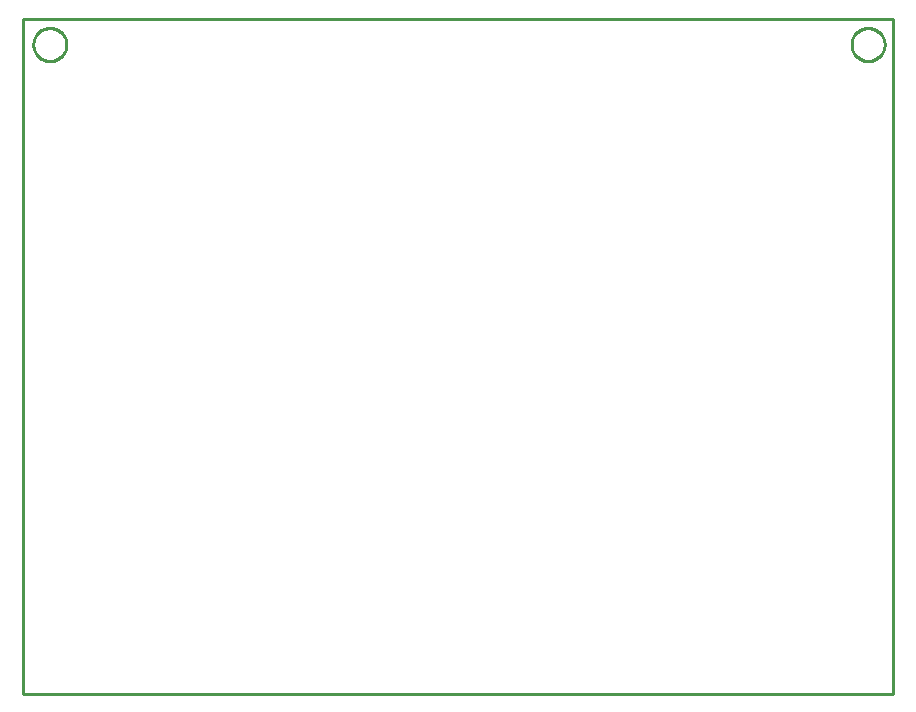
<source format=gbr>
G04 EAGLE Gerber RS-274X export*
G75*
%MOMM*%
%FSLAX34Y34*%
%LPD*%
%IN*%
%IPPOS*%
%AMOC8*
5,1,8,0,0,1.08239X$1,22.5*%
G01*
%ADD10C,0.254000*%


D10*
X241300Y292100D02*
X977900Y292100D01*
X977900Y863600D01*
X241300Y863600D01*
X241300Y292100D01*
X277740Y841050D02*
X277669Y840053D01*
X277526Y839063D01*
X277314Y838086D01*
X277032Y837126D01*
X276683Y836189D01*
X276267Y835279D01*
X275788Y834402D01*
X275247Y833560D01*
X274648Y832760D01*
X273993Y832004D01*
X273286Y831297D01*
X272530Y830642D01*
X271730Y830043D01*
X270888Y829502D01*
X270011Y829023D01*
X269101Y828607D01*
X268164Y828258D01*
X267205Y827976D01*
X266227Y827764D01*
X265238Y827621D01*
X264240Y827550D01*
X263240Y827550D01*
X262243Y827621D01*
X261253Y827764D01*
X260276Y827976D01*
X259316Y828258D01*
X258379Y828607D01*
X257469Y829023D01*
X256592Y829502D01*
X255750Y830043D01*
X254950Y830642D01*
X254194Y831297D01*
X253487Y832004D01*
X252832Y832760D01*
X252233Y833560D01*
X251692Y834402D01*
X251213Y835279D01*
X250797Y836189D01*
X250448Y837126D01*
X250166Y838086D01*
X249954Y839063D01*
X249811Y840053D01*
X249740Y841050D01*
X249740Y842050D01*
X249811Y843048D01*
X249954Y844037D01*
X250166Y845015D01*
X250448Y845974D01*
X250797Y846911D01*
X251213Y847821D01*
X251692Y848698D01*
X252233Y849540D01*
X252832Y850340D01*
X253487Y851096D01*
X254194Y851803D01*
X254950Y852458D01*
X255750Y853057D01*
X256592Y853598D01*
X257469Y854077D01*
X258379Y854493D01*
X259316Y854842D01*
X260276Y855124D01*
X261253Y855336D01*
X262243Y855479D01*
X263240Y855550D01*
X264240Y855550D01*
X265238Y855479D01*
X266227Y855336D01*
X267205Y855124D01*
X268164Y854842D01*
X269101Y854493D01*
X270011Y854077D01*
X270888Y853598D01*
X271730Y853057D01*
X272530Y852458D01*
X273286Y851803D01*
X273993Y851096D01*
X274648Y850340D01*
X275247Y849540D01*
X275788Y848698D01*
X276267Y847821D01*
X276683Y846911D01*
X277032Y845974D01*
X277314Y845015D01*
X277526Y844037D01*
X277669Y843048D01*
X277740Y842050D01*
X277740Y841050D01*
X970500Y841090D02*
X970429Y840093D01*
X970286Y839103D01*
X970074Y838126D01*
X969792Y837166D01*
X969443Y836229D01*
X969027Y835319D01*
X968548Y834442D01*
X968007Y833600D01*
X967408Y832800D01*
X966753Y832044D01*
X966046Y831337D01*
X965290Y830682D01*
X964490Y830083D01*
X963648Y829542D01*
X962771Y829063D01*
X961861Y828647D01*
X960924Y828298D01*
X959965Y828016D01*
X958987Y827804D01*
X957998Y827661D01*
X957000Y827590D01*
X956000Y827590D01*
X955003Y827661D01*
X954013Y827804D01*
X953036Y828016D01*
X952076Y828298D01*
X951139Y828647D01*
X950229Y829063D01*
X949352Y829542D01*
X948510Y830083D01*
X947710Y830682D01*
X946954Y831337D01*
X946247Y832044D01*
X945592Y832800D01*
X944993Y833600D01*
X944452Y834442D01*
X943973Y835319D01*
X943557Y836229D01*
X943208Y837166D01*
X942926Y838126D01*
X942714Y839103D01*
X942571Y840093D01*
X942500Y841090D01*
X942500Y842090D01*
X942571Y843088D01*
X942714Y844077D01*
X942926Y845055D01*
X943208Y846014D01*
X943557Y846951D01*
X943973Y847861D01*
X944452Y848738D01*
X944993Y849580D01*
X945592Y850380D01*
X946247Y851136D01*
X946954Y851843D01*
X947710Y852498D01*
X948510Y853097D01*
X949352Y853638D01*
X950229Y854117D01*
X951139Y854533D01*
X952076Y854882D01*
X953036Y855164D01*
X954013Y855376D01*
X955003Y855519D01*
X956000Y855590D01*
X957000Y855590D01*
X957998Y855519D01*
X958987Y855376D01*
X959965Y855164D01*
X960924Y854882D01*
X961861Y854533D01*
X962771Y854117D01*
X963648Y853638D01*
X964490Y853097D01*
X965290Y852498D01*
X966046Y851843D01*
X966753Y851136D01*
X967408Y850380D01*
X968007Y849580D01*
X968548Y848738D01*
X969027Y847861D01*
X969443Y846951D01*
X969792Y846014D01*
X970074Y845055D01*
X970286Y844077D01*
X970429Y843088D01*
X970500Y842090D01*
X970500Y841090D01*
M02*

</source>
